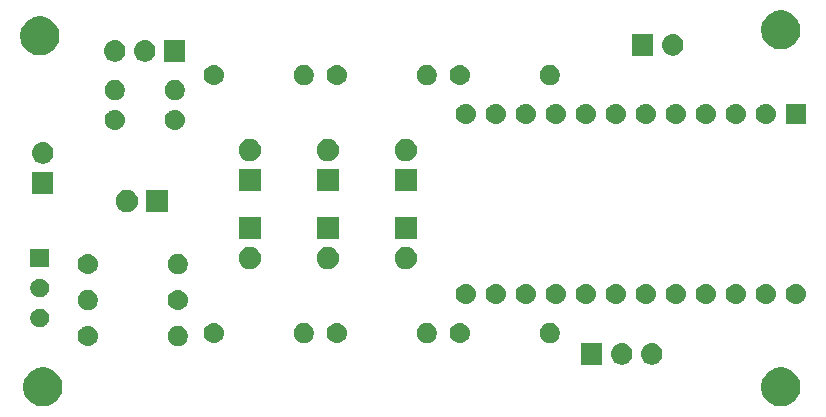
<source format=gbr>
G04 #@! TF.GenerationSoftware,KiCad,Pcbnew,(5.1.0)-1*
G04 #@! TF.CreationDate,2020-10-23T23:32:42+03:00*
G04 #@! TF.ProjectId,kitchen_sink,6b697463-6865-46e5-9f73-696e6b2e6b69,rev?*
G04 #@! TF.SameCoordinates,Original*
G04 #@! TF.FileFunction,Soldermask,Top*
G04 #@! TF.FilePolarity,Negative*
%FSLAX46Y46*%
G04 Gerber Fmt 4.6, Leading zero omitted, Abs format (unit mm)*
G04 Created by KiCad (PCBNEW (5.1.0)-1) date 2020-10-23 23:32:42*
%MOMM*%
%LPD*%
G04 APERTURE LIST*
%ADD10C,0.100000*%
G04 APERTURE END LIST*
D10*
G36*
X142869256Y-110151298D02*
G01*
X142975579Y-110172447D01*
X143276042Y-110296903D01*
X143546451Y-110477585D01*
X143776415Y-110707549D01*
X143957097Y-110977958D01*
X144081553Y-111278421D01*
X144145000Y-111597391D01*
X144145000Y-111922609D01*
X144081553Y-112241579D01*
X143957097Y-112542042D01*
X143776415Y-112812451D01*
X143546451Y-113042415D01*
X143276042Y-113223097D01*
X142975579Y-113347553D01*
X142869256Y-113368702D01*
X142656611Y-113411000D01*
X142331389Y-113411000D01*
X142118744Y-113368702D01*
X142012421Y-113347553D01*
X141711958Y-113223097D01*
X141441549Y-113042415D01*
X141211585Y-112812451D01*
X141030903Y-112542042D01*
X140906447Y-112241579D01*
X140843000Y-111922609D01*
X140843000Y-111597391D01*
X140906447Y-111278421D01*
X141030903Y-110977958D01*
X141211585Y-110707549D01*
X141441549Y-110477585D01*
X141711958Y-110296903D01*
X142012421Y-110172447D01*
X142118744Y-110151298D01*
X142331389Y-110109000D01*
X142656611Y-110109000D01*
X142869256Y-110151298D01*
X142869256Y-110151298D01*
G37*
G36*
X80385256Y-110151298D02*
G01*
X80491579Y-110172447D01*
X80792042Y-110296903D01*
X81062451Y-110477585D01*
X81292415Y-110707549D01*
X81473097Y-110977958D01*
X81597553Y-111278421D01*
X81661000Y-111597391D01*
X81661000Y-111922609D01*
X81597553Y-112241579D01*
X81473097Y-112542042D01*
X81292415Y-112812451D01*
X81062451Y-113042415D01*
X80792042Y-113223097D01*
X80491579Y-113347553D01*
X80385256Y-113368702D01*
X80172611Y-113411000D01*
X79847389Y-113411000D01*
X79634744Y-113368702D01*
X79528421Y-113347553D01*
X79227958Y-113223097D01*
X78957549Y-113042415D01*
X78727585Y-112812451D01*
X78546903Y-112542042D01*
X78422447Y-112241579D01*
X78359000Y-111922609D01*
X78359000Y-111597391D01*
X78422447Y-111278421D01*
X78546903Y-110977958D01*
X78727585Y-110707549D01*
X78957549Y-110477585D01*
X79227958Y-110296903D01*
X79528421Y-110172447D01*
X79634744Y-110151298D01*
X79847389Y-110109000D01*
X80172611Y-110109000D01*
X80385256Y-110151298D01*
X80385256Y-110151298D01*
G37*
G36*
X127393000Y-109867000D02*
G01*
X125591000Y-109867000D01*
X125591000Y-108065000D01*
X127393000Y-108065000D01*
X127393000Y-109867000D01*
X127393000Y-109867000D01*
G37*
G36*
X131682443Y-108071519D02*
G01*
X131748627Y-108078037D01*
X131918466Y-108129557D01*
X132074991Y-108213222D01*
X132097901Y-108232024D01*
X132212186Y-108325814D01*
X132295448Y-108427271D01*
X132324778Y-108463009D01*
X132408443Y-108619534D01*
X132459963Y-108789373D01*
X132477359Y-108966000D01*
X132459963Y-109142627D01*
X132408443Y-109312466D01*
X132324778Y-109468991D01*
X132295448Y-109504729D01*
X132212186Y-109606186D01*
X132110729Y-109689448D01*
X132074991Y-109718778D01*
X131918466Y-109802443D01*
X131748627Y-109853963D01*
X131682443Y-109860481D01*
X131616260Y-109867000D01*
X131527740Y-109867000D01*
X131461557Y-109860481D01*
X131395373Y-109853963D01*
X131225534Y-109802443D01*
X131069009Y-109718778D01*
X131033271Y-109689448D01*
X130931814Y-109606186D01*
X130848552Y-109504729D01*
X130819222Y-109468991D01*
X130735557Y-109312466D01*
X130684037Y-109142627D01*
X130666641Y-108966000D01*
X130684037Y-108789373D01*
X130735557Y-108619534D01*
X130819222Y-108463009D01*
X130848552Y-108427271D01*
X130931814Y-108325814D01*
X131046099Y-108232024D01*
X131069009Y-108213222D01*
X131225534Y-108129557D01*
X131395373Y-108078037D01*
X131461557Y-108071519D01*
X131527740Y-108065000D01*
X131616260Y-108065000D01*
X131682443Y-108071519D01*
X131682443Y-108071519D01*
G37*
G36*
X129142443Y-108071519D02*
G01*
X129208627Y-108078037D01*
X129378466Y-108129557D01*
X129534991Y-108213222D01*
X129557901Y-108232024D01*
X129672186Y-108325814D01*
X129755448Y-108427271D01*
X129784778Y-108463009D01*
X129868443Y-108619534D01*
X129919963Y-108789373D01*
X129937359Y-108966000D01*
X129919963Y-109142627D01*
X129868443Y-109312466D01*
X129784778Y-109468991D01*
X129755448Y-109504729D01*
X129672186Y-109606186D01*
X129570729Y-109689448D01*
X129534991Y-109718778D01*
X129378466Y-109802443D01*
X129208627Y-109853963D01*
X129142443Y-109860481D01*
X129076260Y-109867000D01*
X128987740Y-109867000D01*
X128921557Y-109860481D01*
X128855373Y-109853963D01*
X128685534Y-109802443D01*
X128529009Y-109718778D01*
X128493271Y-109689448D01*
X128391814Y-109606186D01*
X128308552Y-109504729D01*
X128279222Y-109468991D01*
X128195557Y-109312466D01*
X128144037Y-109142627D01*
X128126641Y-108966000D01*
X128144037Y-108789373D01*
X128195557Y-108619534D01*
X128279222Y-108463009D01*
X128308552Y-108427271D01*
X128391814Y-108325814D01*
X128506099Y-108232024D01*
X128529009Y-108213222D01*
X128685534Y-108129557D01*
X128855373Y-108078037D01*
X128921557Y-108071519D01*
X128987740Y-108065000D01*
X129076260Y-108065000D01*
X129142443Y-108071519D01*
X129142443Y-108071519D01*
G37*
G36*
X91688228Y-106623703D02*
G01*
X91843100Y-106687853D01*
X91982481Y-106780985D01*
X92101015Y-106899519D01*
X92194147Y-107038900D01*
X92258297Y-107193772D01*
X92291000Y-107358184D01*
X92291000Y-107525816D01*
X92258297Y-107690228D01*
X92194147Y-107845100D01*
X92101015Y-107984481D01*
X91982481Y-108103015D01*
X91843100Y-108196147D01*
X91688228Y-108260297D01*
X91523816Y-108293000D01*
X91356184Y-108293000D01*
X91191772Y-108260297D01*
X91036900Y-108196147D01*
X90897519Y-108103015D01*
X90778985Y-107984481D01*
X90685853Y-107845100D01*
X90621703Y-107690228D01*
X90589000Y-107525816D01*
X90589000Y-107358184D01*
X90621703Y-107193772D01*
X90685853Y-107038900D01*
X90778985Y-106899519D01*
X90897519Y-106780985D01*
X91036900Y-106687853D01*
X91191772Y-106623703D01*
X91356184Y-106591000D01*
X91523816Y-106591000D01*
X91688228Y-106623703D01*
X91688228Y-106623703D01*
G37*
G36*
X83986823Y-106603313D02*
G01*
X84147242Y-106651976D01*
X84272635Y-106719000D01*
X84295078Y-106730996D01*
X84424659Y-106837341D01*
X84531004Y-106966922D01*
X84531005Y-106966924D01*
X84610024Y-107114758D01*
X84658687Y-107275177D01*
X84675117Y-107442000D01*
X84658687Y-107608823D01*
X84610024Y-107769242D01*
X84569477Y-107845100D01*
X84531004Y-107917078D01*
X84424659Y-108046659D01*
X84295078Y-108153004D01*
X84295076Y-108153005D01*
X84147242Y-108232024D01*
X83986823Y-108280687D01*
X83861804Y-108293000D01*
X83778196Y-108293000D01*
X83653177Y-108280687D01*
X83492758Y-108232024D01*
X83344924Y-108153005D01*
X83344922Y-108153004D01*
X83215341Y-108046659D01*
X83108996Y-107917078D01*
X83070523Y-107845100D01*
X83029976Y-107769242D01*
X82981313Y-107608823D01*
X82964883Y-107442000D01*
X82981313Y-107275177D01*
X83029976Y-107114758D01*
X83108995Y-106966924D01*
X83108996Y-106966922D01*
X83215341Y-106837341D01*
X83344922Y-106730996D01*
X83367365Y-106719000D01*
X83492758Y-106651976D01*
X83653177Y-106603313D01*
X83778196Y-106591000D01*
X83861804Y-106591000D01*
X83986823Y-106603313D01*
X83986823Y-106603313D01*
G37*
G36*
X102356228Y-106369703D02*
G01*
X102511100Y-106433853D01*
X102650481Y-106526985D01*
X102769015Y-106645519D01*
X102862147Y-106784900D01*
X102926297Y-106939772D01*
X102959000Y-107104184D01*
X102959000Y-107271816D01*
X102926297Y-107436228D01*
X102862147Y-107591100D01*
X102769015Y-107730481D01*
X102650481Y-107849015D01*
X102511100Y-107942147D01*
X102356228Y-108006297D01*
X102191816Y-108039000D01*
X102024184Y-108039000D01*
X101859772Y-108006297D01*
X101704900Y-107942147D01*
X101565519Y-107849015D01*
X101446985Y-107730481D01*
X101353853Y-107591100D01*
X101289703Y-107436228D01*
X101257000Y-107271816D01*
X101257000Y-107104184D01*
X101289703Y-106939772D01*
X101353853Y-106784900D01*
X101446985Y-106645519D01*
X101565519Y-106526985D01*
X101704900Y-106433853D01*
X101859772Y-106369703D01*
X102024184Y-106337000D01*
X102191816Y-106337000D01*
X102356228Y-106369703D01*
X102356228Y-106369703D01*
G37*
G36*
X105068823Y-106349313D02*
G01*
X105229242Y-106397976D01*
X105286550Y-106428608D01*
X105377078Y-106476996D01*
X105506659Y-106583341D01*
X105613004Y-106712922D01*
X105613005Y-106712924D01*
X105692024Y-106860758D01*
X105740687Y-107021177D01*
X105757117Y-107188000D01*
X105740687Y-107354823D01*
X105692024Y-107515242D01*
X105651477Y-107591100D01*
X105613004Y-107663078D01*
X105506659Y-107792659D01*
X105377078Y-107899004D01*
X105377076Y-107899005D01*
X105229242Y-107978024D01*
X105068823Y-108026687D01*
X104943804Y-108039000D01*
X104860196Y-108039000D01*
X104735177Y-108026687D01*
X104574758Y-107978024D01*
X104426924Y-107899005D01*
X104426922Y-107899004D01*
X104297341Y-107792659D01*
X104190996Y-107663078D01*
X104152523Y-107591100D01*
X104111976Y-107515242D01*
X104063313Y-107354823D01*
X104046883Y-107188000D01*
X104063313Y-107021177D01*
X104111976Y-106860758D01*
X104190995Y-106712924D01*
X104190996Y-106712922D01*
X104297341Y-106583341D01*
X104426922Y-106476996D01*
X104517450Y-106428608D01*
X104574758Y-106397976D01*
X104735177Y-106349313D01*
X104860196Y-106337000D01*
X104943804Y-106337000D01*
X105068823Y-106349313D01*
X105068823Y-106349313D01*
G37*
G36*
X112770228Y-106369703D02*
G01*
X112925100Y-106433853D01*
X113064481Y-106526985D01*
X113183015Y-106645519D01*
X113276147Y-106784900D01*
X113340297Y-106939772D01*
X113373000Y-107104184D01*
X113373000Y-107271816D01*
X113340297Y-107436228D01*
X113276147Y-107591100D01*
X113183015Y-107730481D01*
X113064481Y-107849015D01*
X112925100Y-107942147D01*
X112770228Y-108006297D01*
X112605816Y-108039000D01*
X112438184Y-108039000D01*
X112273772Y-108006297D01*
X112118900Y-107942147D01*
X111979519Y-107849015D01*
X111860985Y-107730481D01*
X111767853Y-107591100D01*
X111703703Y-107436228D01*
X111671000Y-107271816D01*
X111671000Y-107104184D01*
X111703703Y-106939772D01*
X111767853Y-106784900D01*
X111860985Y-106645519D01*
X111979519Y-106526985D01*
X112118900Y-106433853D01*
X112273772Y-106369703D01*
X112438184Y-106337000D01*
X112605816Y-106337000D01*
X112770228Y-106369703D01*
X112770228Y-106369703D01*
G37*
G36*
X115482823Y-106349313D02*
G01*
X115643242Y-106397976D01*
X115700550Y-106428608D01*
X115791078Y-106476996D01*
X115920659Y-106583341D01*
X116027004Y-106712922D01*
X116027005Y-106712924D01*
X116106024Y-106860758D01*
X116154687Y-107021177D01*
X116171117Y-107188000D01*
X116154687Y-107354823D01*
X116106024Y-107515242D01*
X116065477Y-107591100D01*
X116027004Y-107663078D01*
X115920659Y-107792659D01*
X115791078Y-107899004D01*
X115791076Y-107899005D01*
X115643242Y-107978024D01*
X115482823Y-108026687D01*
X115357804Y-108039000D01*
X115274196Y-108039000D01*
X115149177Y-108026687D01*
X114988758Y-107978024D01*
X114840924Y-107899005D01*
X114840922Y-107899004D01*
X114711341Y-107792659D01*
X114604996Y-107663078D01*
X114566523Y-107591100D01*
X114525976Y-107515242D01*
X114477313Y-107354823D01*
X114460883Y-107188000D01*
X114477313Y-107021177D01*
X114525976Y-106860758D01*
X114604995Y-106712924D01*
X114604996Y-106712922D01*
X114711341Y-106583341D01*
X114840922Y-106476996D01*
X114931450Y-106428608D01*
X114988758Y-106397976D01*
X115149177Y-106349313D01*
X115274196Y-106337000D01*
X115357804Y-106337000D01*
X115482823Y-106349313D01*
X115482823Y-106349313D01*
G37*
G36*
X123184228Y-106369703D02*
G01*
X123339100Y-106433853D01*
X123478481Y-106526985D01*
X123597015Y-106645519D01*
X123690147Y-106784900D01*
X123754297Y-106939772D01*
X123787000Y-107104184D01*
X123787000Y-107271816D01*
X123754297Y-107436228D01*
X123690147Y-107591100D01*
X123597015Y-107730481D01*
X123478481Y-107849015D01*
X123339100Y-107942147D01*
X123184228Y-108006297D01*
X123019816Y-108039000D01*
X122852184Y-108039000D01*
X122687772Y-108006297D01*
X122532900Y-107942147D01*
X122393519Y-107849015D01*
X122274985Y-107730481D01*
X122181853Y-107591100D01*
X122117703Y-107436228D01*
X122085000Y-107271816D01*
X122085000Y-107104184D01*
X122117703Y-106939772D01*
X122181853Y-106784900D01*
X122274985Y-106645519D01*
X122393519Y-106526985D01*
X122532900Y-106433853D01*
X122687772Y-106369703D01*
X122852184Y-106337000D01*
X123019816Y-106337000D01*
X123184228Y-106369703D01*
X123184228Y-106369703D01*
G37*
G36*
X94654823Y-106349313D02*
G01*
X94815242Y-106397976D01*
X94872550Y-106428608D01*
X94963078Y-106476996D01*
X95092659Y-106583341D01*
X95199004Y-106712922D01*
X95199005Y-106712924D01*
X95278024Y-106860758D01*
X95326687Y-107021177D01*
X95343117Y-107188000D01*
X95326687Y-107354823D01*
X95278024Y-107515242D01*
X95237477Y-107591100D01*
X95199004Y-107663078D01*
X95092659Y-107792659D01*
X94963078Y-107899004D01*
X94963076Y-107899005D01*
X94815242Y-107978024D01*
X94654823Y-108026687D01*
X94529804Y-108039000D01*
X94446196Y-108039000D01*
X94321177Y-108026687D01*
X94160758Y-107978024D01*
X94012924Y-107899005D01*
X94012922Y-107899004D01*
X93883341Y-107792659D01*
X93776996Y-107663078D01*
X93738523Y-107591100D01*
X93697976Y-107515242D01*
X93649313Y-107354823D01*
X93632883Y-107188000D01*
X93649313Y-107021177D01*
X93697976Y-106860758D01*
X93776995Y-106712924D01*
X93776996Y-106712922D01*
X93883341Y-106583341D01*
X94012922Y-106476996D01*
X94103450Y-106428608D01*
X94160758Y-106397976D01*
X94321177Y-106349313D01*
X94446196Y-106337000D01*
X94529804Y-106337000D01*
X94654823Y-106349313D01*
X94654823Y-106349313D01*
G37*
G36*
X79989642Y-105147781D02*
G01*
X80077142Y-105184025D01*
X80135416Y-105208163D01*
X80266608Y-105295822D01*
X80378178Y-105407392D01*
X80465837Y-105538584D01*
X80465838Y-105538586D01*
X80526219Y-105684358D01*
X80557000Y-105839107D01*
X80557000Y-105996893D01*
X80526219Y-106151642D01*
X80465838Y-106297414D01*
X80465837Y-106297416D01*
X80378178Y-106428608D01*
X80266608Y-106540178D01*
X80135416Y-106627837D01*
X80135415Y-106627838D01*
X80135414Y-106627838D01*
X79989642Y-106688219D01*
X79834893Y-106719000D01*
X79677107Y-106719000D01*
X79522358Y-106688219D01*
X79376586Y-106627838D01*
X79376585Y-106627838D01*
X79376584Y-106627837D01*
X79245392Y-106540178D01*
X79133822Y-106428608D01*
X79046163Y-106297416D01*
X79046162Y-106297414D01*
X78985781Y-106151642D01*
X78955000Y-105996893D01*
X78955000Y-105839107D01*
X78985781Y-105684358D01*
X79046162Y-105538586D01*
X79046163Y-105538584D01*
X79133822Y-105407392D01*
X79245392Y-105295822D01*
X79376584Y-105208163D01*
X79434858Y-105184025D01*
X79522358Y-105147781D01*
X79677107Y-105117000D01*
X79834893Y-105117000D01*
X79989642Y-105147781D01*
X79989642Y-105147781D01*
G37*
G36*
X84068228Y-103575703D02*
G01*
X84223100Y-103639853D01*
X84362481Y-103732985D01*
X84481015Y-103851519D01*
X84574147Y-103990900D01*
X84638297Y-104145772D01*
X84671000Y-104310184D01*
X84671000Y-104477816D01*
X84638297Y-104642228D01*
X84574147Y-104797100D01*
X84481015Y-104936481D01*
X84362481Y-105055015D01*
X84223100Y-105148147D01*
X84068228Y-105212297D01*
X83903816Y-105245000D01*
X83736184Y-105245000D01*
X83571772Y-105212297D01*
X83416900Y-105148147D01*
X83277519Y-105055015D01*
X83158985Y-104936481D01*
X83065853Y-104797100D01*
X83001703Y-104642228D01*
X82969000Y-104477816D01*
X82969000Y-104310184D01*
X83001703Y-104145772D01*
X83065853Y-103990900D01*
X83158985Y-103851519D01*
X83277519Y-103732985D01*
X83416900Y-103639853D01*
X83571772Y-103575703D01*
X83736184Y-103543000D01*
X83903816Y-103543000D01*
X84068228Y-103575703D01*
X84068228Y-103575703D01*
G37*
G36*
X91606823Y-103555313D02*
G01*
X91767242Y-103603976D01*
X91834361Y-103639852D01*
X91915078Y-103682996D01*
X92044659Y-103789341D01*
X92151004Y-103918922D01*
X92151005Y-103918924D01*
X92230024Y-104066758D01*
X92278687Y-104227177D01*
X92295117Y-104394000D01*
X92278687Y-104560823D01*
X92230024Y-104721242D01*
X92189477Y-104797100D01*
X92151004Y-104869078D01*
X92044659Y-104998659D01*
X91915078Y-105105004D01*
X91915076Y-105105005D01*
X91767242Y-105184024D01*
X91606823Y-105232687D01*
X91481804Y-105245000D01*
X91398196Y-105245000D01*
X91273177Y-105232687D01*
X91112758Y-105184024D01*
X90964924Y-105105005D01*
X90964922Y-105105004D01*
X90835341Y-104998659D01*
X90728996Y-104869078D01*
X90690523Y-104797100D01*
X90649976Y-104721242D01*
X90601313Y-104560823D01*
X90584883Y-104394000D01*
X90601313Y-104227177D01*
X90649976Y-104066758D01*
X90728995Y-103918924D01*
X90728996Y-103918922D01*
X90835341Y-103789341D01*
X90964922Y-103682996D01*
X91045639Y-103639852D01*
X91112758Y-103603976D01*
X91273177Y-103555313D01*
X91398196Y-103543000D01*
X91481804Y-103543000D01*
X91606823Y-103555313D01*
X91606823Y-103555313D01*
G37*
G36*
X133770823Y-103047313D02*
G01*
X133931242Y-103095976D01*
X134021756Y-103144357D01*
X134079078Y-103174996D01*
X134208659Y-103281341D01*
X134315004Y-103410922D01*
X134315005Y-103410924D01*
X134394024Y-103558758D01*
X134442687Y-103719177D01*
X134459117Y-103886000D01*
X134442687Y-104052823D01*
X134394024Y-104213242D01*
X134342207Y-104310184D01*
X134315004Y-104361078D01*
X134208659Y-104490659D01*
X134079078Y-104597004D01*
X134079076Y-104597005D01*
X133931242Y-104676024D01*
X133770823Y-104724687D01*
X133645804Y-104737000D01*
X133562196Y-104737000D01*
X133437177Y-104724687D01*
X133276758Y-104676024D01*
X133128924Y-104597005D01*
X133128922Y-104597004D01*
X132999341Y-104490659D01*
X132892996Y-104361078D01*
X132865793Y-104310184D01*
X132813976Y-104213242D01*
X132765313Y-104052823D01*
X132748883Y-103886000D01*
X132765313Y-103719177D01*
X132813976Y-103558758D01*
X132892995Y-103410924D01*
X132892996Y-103410922D01*
X132999341Y-103281341D01*
X133128922Y-103174996D01*
X133186244Y-103144357D01*
X133276758Y-103095976D01*
X133437177Y-103047313D01*
X133562196Y-103035000D01*
X133645804Y-103035000D01*
X133770823Y-103047313D01*
X133770823Y-103047313D01*
G37*
G36*
X123610823Y-103047313D02*
G01*
X123771242Y-103095976D01*
X123861756Y-103144357D01*
X123919078Y-103174996D01*
X124048659Y-103281341D01*
X124155004Y-103410922D01*
X124155005Y-103410924D01*
X124234024Y-103558758D01*
X124282687Y-103719177D01*
X124299117Y-103886000D01*
X124282687Y-104052823D01*
X124234024Y-104213242D01*
X124182207Y-104310184D01*
X124155004Y-104361078D01*
X124048659Y-104490659D01*
X123919078Y-104597004D01*
X123919076Y-104597005D01*
X123771242Y-104676024D01*
X123610823Y-104724687D01*
X123485804Y-104737000D01*
X123402196Y-104737000D01*
X123277177Y-104724687D01*
X123116758Y-104676024D01*
X122968924Y-104597005D01*
X122968922Y-104597004D01*
X122839341Y-104490659D01*
X122732996Y-104361078D01*
X122705793Y-104310184D01*
X122653976Y-104213242D01*
X122605313Y-104052823D01*
X122588883Y-103886000D01*
X122605313Y-103719177D01*
X122653976Y-103558758D01*
X122732995Y-103410924D01*
X122732996Y-103410922D01*
X122839341Y-103281341D01*
X122968922Y-103174996D01*
X123026244Y-103144357D01*
X123116758Y-103095976D01*
X123277177Y-103047313D01*
X123402196Y-103035000D01*
X123485804Y-103035000D01*
X123610823Y-103047313D01*
X123610823Y-103047313D01*
G37*
G36*
X121070823Y-103047313D02*
G01*
X121231242Y-103095976D01*
X121321756Y-103144357D01*
X121379078Y-103174996D01*
X121508659Y-103281341D01*
X121615004Y-103410922D01*
X121615005Y-103410924D01*
X121694024Y-103558758D01*
X121742687Y-103719177D01*
X121759117Y-103886000D01*
X121742687Y-104052823D01*
X121694024Y-104213242D01*
X121642207Y-104310184D01*
X121615004Y-104361078D01*
X121508659Y-104490659D01*
X121379078Y-104597004D01*
X121379076Y-104597005D01*
X121231242Y-104676024D01*
X121070823Y-104724687D01*
X120945804Y-104737000D01*
X120862196Y-104737000D01*
X120737177Y-104724687D01*
X120576758Y-104676024D01*
X120428924Y-104597005D01*
X120428922Y-104597004D01*
X120299341Y-104490659D01*
X120192996Y-104361078D01*
X120165793Y-104310184D01*
X120113976Y-104213242D01*
X120065313Y-104052823D01*
X120048883Y-103886000D01*
X120065313Y-103719177D01*
X120113976Y-103558758D01*
X120192995Y-103410924D01*
X120192996Y-103410922D01*
X120299341Y-103281341D01*
X120428922Y-103174996D01*
X120486244Y-103144357D01*
X120576758Y-103095976D01*
X120737177Y-103047313D01*
X120862196Y-103035000D01*
X120945804Y-103035000D01*
X121070823Y-103047313D01*
X121070823Y-103047313D01*
G37*
G36*
X118530823Y-103047313D02*
G01*
X118691242Y-103095976D01*
X118781756Y-103144357D01*
X118839078Y-103174996D01*
X118968659Y-103281341D01*
X119075004Y-103410922D01*
X119075005Y-103410924D01*
X119154024Y-103558758D01*
X119202687Y-103719177D01*
X119219117Y-103886000D01*
X119202687Y-104052823D01*
X119154024Y-104213242D01*
X119102207Y-104310184D01*
X119075004Y-104361078D01*
X118968659Y-104490659D01*
X118839078Y-104597004D01*
X118839076Y-104597005D01*
X118691242Y-104676024D01*
X118530823Y-104724687D01*
X118405804Y-104737000D01*
X118322196Y-104737000D01*
X118197177Y-104724687D01*
X118036758Y-104676024D01*
X117888924Y-104597005D01*
X117888922Y-104597004D01*
X117759341Y-104490659D01*
X117652996Y-104361078D01*
X117625793Y-104310184D01*
X117573976Y-104213242D01*
X117525313Y-104052823D01*
X117508883Y-103886000D01*
X117525313Y-103719177D01*
X117573976Y-103558758D01*
X117652995Y-103410924D01*
X117652996Y-103410922D01*
X117759341Y-103281341D01*
X117888922Y-103174996D01*
X117946244Y-103144357D01*
X118036758Y-103095976D01*
X118197177Y-103047313D01*
X118322196Y-103035000D01*
X118405804Y-103035000D01*
X118530823Y-103047313D01*
X118530823Y-103047313D01*
G37*
G36*
X115990823Y-103047313D02*
G01*
X116151242Y-103095976D01*
X116241756Y-103144357D01*
X116299078Y-103174996D01*
X116428659Y-103281341D01*
X116535004Y-103410922D01*
X116535005Y-103410924D01*
X116614024Y-103558758D01*
X116662687Y-103719177D01*
X116679117Y-103886000D01*
X116662687Y-104052823D01*
X116614024Y-104213242D01*
X116562207Y-104310184D01*
X116535004Y-104361078D01*
X116428659Y-104490659D01*
X116299078Y-104597004D01*
X116299076Y-104597005D01*
X116151242Y-104676024D01*
X115990823Y-104724687D01*
X115865804Y-104737000D01*
X115782196Y-104737000D01*
X115657177Y-104724687D01*
X115496758Y-104676024D01*
X115348924Y-104597005D01*
X115348922Y-104597004D01*
X115219341Y-104490659D01*
X115112996Y-104361078D01*
X115085793Y-104310184D01*
X115033976Y-104213242D01*
X114985313Y-104052823D01*
X114968883Y-103886000D01*
X114985313Y-103719177D01*
X115033976Y-103558758D01*
X115112995Y-103410924D01*
X115112996Y-103410922D01*
X115219341Y-103281341D01*
X115348922Y-103174996D01*
X115406244Y-103144357D01*
X115496758Y-103095976D01*
X115657177Y-103047313D01*
X115782196Y-103035000D01*
X115865804Y-103035000D01*
X115990823Y-103047313D01*
X115990823Y-103047313D01*
G37*
G36*
X126150823Y-103047313D02*
G01*
X126311242Y-103095976D01*
X126401756Y-103144357D01*
X126459078Y-103174996D01*
X126588659Y-103281341D01*
X126695004Y-103410922D01*
X126695005Y-103410924D01*
X126774024Y-103558758D01*
X126822687Y-103719177D01*
X126839117Y-103886000D01*
X126822687Y-104052823D01*
X126774024Y-104213242D01*
X126722207Y-104310184D01*
X126695004Y-104361078D01*
X126588659Y-104490659D01*
X126459078Y-104597004D01*
X126459076Y-104597005D01*
X126311242Y-104676024D01*
X126150823Y-104724687D01*
X126025804Y-104737000D01*
X125942196Y-104737000D01*
X125817177Y-104724687D01*
X125656758Y-104676024D01*
X125508924Y-104597005D01*
X125508922Y-104597004D01*
X125379341Y-104490659D01*
X125272996Y-104361078D01*
X125245793Y-104310184D01*
X125193976Y-104213242D01*
X125145313Y-104052823D01*
X125128883Y-103886000D01*
X125145313Y-103719177D01*
X125193976Y-103558758D01*
X125272995Y-103410924D01*
X125272996Y-103410922D01*
X125379341Y-103281341D01*
X125508922Y-103174996D01*
X125566244Y-103144357D01*
X125656758Y-103095976D01*
X125817177Y-103047313D01*
X125942196Y-103035000D01*
X126025804Y-103035000D01*
X126150823Y-103047313D01*
X126150823Y-103047313D01*
G37*
G36*
X131230823Y-103047313D02*
G01*
X131391242Y-103095976D01*
X131481756Y-103144357D01*
X131539078Y-103174996D01*
X131668659Y-103281341D01*
X131775004Y-103410922D01*
X131775005Y-103410924D01*
X131854024Y-103558758D01*
X131902687Y-103719177D01*
X131919117Y-103886000D01*
X131902687Y-104052823D01*
X131854024Y-104213242D01*
X131802207Y-104310184D01*
X131775004Y-104361078D01*
X131668659Y-104490659D01*
X131539078Y-104597004D01*
X131539076Y-104597005D01*
X131391242Y-104676024D01*
X131230823Y-104724687D01*
X131105804Y-104737000D01*
X131022196Y-104737000D01*
X130897177Y-104724687D01*
X130736758Y-104676024D01*
X130588924Y-104597005D01*
X130588922Y-104597004D01*
X130459341Y-104490659D01*
X130352996Y-104361078D01*
X130325793Y-104310184D01*
X130273976Y-104213242D01*
X130225313Y-104052823D01*
X130208883Y-103886000D01*
X130225313Y-103719177D01*
X130273976Y-103558758D01*
X130352995Y-103410924D01*
X130352996Y-103410922D01*
X130459341Y-103281341D01*
X130588922Y-103174996D01*
X130646244Y-103144357D01*
X130736758Y-103095976D01*
X130897177Y-103047313D01*
X131022196Y-103035000D01*
X131105804Y-103035000D01*
X131230823Y-103047313D01*
X131230823Y-103047313D01*
G37*
G36*
X136310823Y-103047313D02*
G01*
X136471242Y-103095976D01*
X136561756Y-103144357D01*
X136619078Y-103174996D01*
X136748659Y-103281341D01*
X136855004Y-103410922D01*
X136855005Y-103410924D01*
X136934024Y-103558758D01*
X136982687Y-103719177D01*
X136999117Y-103886000D01*
X136982687Y-104052823D01*
X136934024Y-104213242D01*
X136882207Y-104310184D01*
X136855004Y-104361078D01*
X136748659Y-104490659D01*
X136619078Y-104597004D01*
X136619076Y-104597005D01*
X136471242Y-104676024D01*
X136310823Y-104724687D01*
X136185804Y-104737000D01*
X136102196Y-104737000D01*
X135977177Y-104724687D01*
X135816758Y-104676024D01*
X135668924Y-104597005D01*
X135668922Y-104597004D01*
X135539341Y-104490659D01*
X135432996Y-104361078D01*
X135405793Y-104310184D01*
X135353976Y-104213242D01*
X135305313Y-104052823D01*
X135288883Y-103886000D01*
X135305313Y-103719177D01*
X135353976Y-103558758D01*
X135432995Y-103410924D01*
X135432996Y-103410922D01*
X135539341Y-103281341D01*
X135668922Y-103174996D01*
X135726244Y-103144357D01*
X135816758Y-103095976D01*
X135977177Y-103047313D01*
X136102196Y-103035000D01*
X136185804Y-103035000D01*
X136310823Y-103047313D01*
X136310823Y-103047313D01*
G37*
G36*
X138850823Y-103047313D02*
G01*
X139011242Y-103095976D01*
X139101756Y-103144357D01*
X139159078Y-103174996D01*
X139288659Y-103281341D01*
X139395004Y-103410922D01*
X139395005Y-103410924D01*
X139474024Y-103558758D01*
X139522687Y-103719177D01*
X139539117Y-103886000D01*
X139522687Y-104052823D01*
X139474024Y-104213242D01*
X139422207Y-104310184D01*
X139395004Y-104361078D01*
X139288659Y-104490659D01*
X139159078Y-104597004D01*
X139159076Y-104597005D01*
X139011242Y-104676024D01*
X138850823Y-104724687D01*
X138725804Y-104737000D01*
X138642196Y-104737000D01*
X138517177Y-104724687D01*
X138356758Y-104676024D01*
X138208924Y-104597005D01*
X138208922Y-104597004D01*
X138079341Y-104490659D01*
X137972996Y-104361078D01*
X137945793Y-104310184D01*
X137893976Y-104213242D01*
X137845313Y-104052823D01*
X137828883Y-103886000D01*
X137845313Y-103719177D01*
X137893976Y-103558758D01*
X137972995Y-103410924D01*
X137972996Y-103410922D01*
X138079341Y-103281341D01*
X138208922Y-103174996D01*
X138266244Y-103144357D01*
X138356758Y-103095976D01*
X138517177Y-103047313D01*
X138642196Y-103035000D01*
X138725804Y-103035000D01*
X138850823Y-103047313D01*
X138850823Y-103047313D01*
G37*
G36*
X141390823Y-103047313D02*
G01*
X141551242Y-103095976D01*
X141641756Y-103144357D01*
X141699078Y-103174996D01*
X141828659Y-103281341D01*
X141935004Y-103410922D01*
X141935005Y-103410924D01*
X142014024Y-103558758D01*
X142062687Y-103719177D01*
X142079117Y-103886000D01*
X142062687Y-104052823D01*
X142014024Y-104213242D01*
X141962207Y-104310184D01*
X141935004Y-104361078D01*
X141828659Y-104490659D01*
X141699078Y-104597004D01*
X141699076Y-104597005D01*
X141551242Y-104676024D01*
X141390823Y-104724687D01*
X141265804Y-104737000D01*
X141182196Y-104737000D01*
X141057177Y-104724687D01*
X140896758Y-104676024D01*
X140748924Y-104597005D01*
X140748922Y-104597004D01*
X140619341Y-104490659D01*
X140512996Y-104361078D01*
X140485793Y-104310184D01*
X140433976Y-104213242D01*
X140385313Y-104052823D01*
X140368883Y-103886000D01*
X140385313Y-103719177D01*
X140433976Y-103558758D01*
X140512995Y-103410924D01*
X140512996Y-103410922D01*
X140619341Y-103281341D01*
X140748922Y-103174996D01*
X140806244Y-103144357D01*
X140896758Y-103095976D01*
X141057177Y-103047313D01*
X141182196Y-103035000D01*
X141265804Y-103035000D01*
X141390823Y-103047313D01*
X141390823Y-103047313D01*
G37*
G36*
X143930823Y-103047313D02*
G01*
X144091242Y-103095976D01*
X144181756Y-103144357D01*
X144239078Y-103174996D01*
X144368659Y-103281341D01*
X144475004Y-103410922D01*
X144475005Y-103410924D01*
X144554024Y-103558758D01*
X144602687Y-103719177D01*
X144619117Y-103886000D01*
X144602687Y-104052823D01*
X144554024Y-104213242D01*
X144502207Y-104310184D01*
X144475004Y-104361078D01*
X144368659Y-104490659D01*
X144239078Y-104597004D01*
X144239076Y-104597005D01*
X144091242Y-104676024D01*
X143930823Y-104724687D01*
X143805804Y-104737000D01*
X143722196Y-104737000D01*
X143597177Y-104724687D01*
X143436758Y-104676024D01*
X143288924Y-104597005D01*
X143288922Y-104597004D01*
X143159341Y-104490659D01*
X143052996Y-104361078D01*
X143025793Y-104310184D01*
X142973976Y-104213242D01*
X142925313Y-104052823D01*
X142908883Y-103886000D01*
X142925313Y-103719177D01*
X142973976Y-103558758D01*
X143052995Y-103410924D01*
X143052996Y-103410922D01*
X143159341Y-103281341D01*
X143288922Y-103174996D01*
X143346244Y-103144357D01*
X143436758Y-103095976D01*
X143597177Y-103047313D01*
X143722196Y-103035000D01*
X143805804Y-103035000D01*
X143930823Y-103047313D01*
X143930823Y-103047313D01*
G37*
G36*
X128690823Y-103047313D02*
G01*
X128851242Y-103095976D01*
X128941756Y-103144357D01*
X128999078Y-103174996D01*
X129128659Y-103281341D01*
X129235004Y-103410922D01*
X129235005Y-103410924D01*
X129314024Y-103558758D01*
X129362687Y-103719177D01*
X129379117Y-103886000D01*
X129362687Y-104052823D01*
X129314024Y-104213242D01*
X129262207Y-104310184D01*
X129235004Y-104361078D01*
X129128659Y-104490659D01*
X128999078Y-104597004D01*
X128999076Y-104597005D01*
X128851242Y-104676024D01*
X128690823Y-104724687D01*
X128565804Y-104737000D01*
X128482196Y-104737000D01*
X128357177Y-104724687D01*
X128196758Y-104676024D01*
X128048924Y-104597005D01*
X128048922Y-104597004D01*
X127919341Y-104490659D01*
X127812996Y-104361078D01*
X127785793Y-104310184D01*
X127733976Y-104213242D01*
X127685313Y-104052823D01*
X127668883Y-103886000D01*
X127685313Y-103719177D01*
X127733976Y-103558758D01*
X127812995Y-103410924D01*
X127812996Y-103410922D01*
X127919341Y-103281341D01*
X128048922Y-103174996D01*
X128106244Y-103144357D01*
X128196758Y-103095976D01*
X128357177Y-103047313D01*
X128482196Y-103035000D01*
X128565804Y-103035000D01*
X128690823Y-103047313D01*
X128690823Y-103047313D01*
G37*
G36*
X79989642Y-102607781D02*
G01*
X80135414Y-102668162D01*
X80135416Y-102668163D01*
X80266608Y-102755822D01*
X80378178Y-102867392D01*
X80465837Y-102998584D01*
X80465838Y-102998586D01*
X80526219Y-103144358D01*
X80557000Y-103299107D01*
X80557000Y-103456893D01*
X80526219Y-103611642D01*
X80496663Y-103682995D01*
X80465837Y-103757416D01*
X80378178Y-103888608D01*
X80266608Y-104000178D01*
X80135416Y-104087837D01*
X80135415Y-104087838D01*
X80135414Y-104087838D01*
X79989642Y-104148219D01*
X79834893Y-104179000D01*
X79677107Y-104179000D01*
X79522358Y-104148219D01*
X79376586Y-104087838D01*
X79376585Y-104087838D01*
X79376584Y-104087837D01*
X79245392Y-104000178D01*
X79133822Y-103888608D01*
X79046163Y-103757416D01*
X79015337Y-103682995D01*
X78985781Y-103611642D01*
X78955000Y-103456893D01*
X78955000Y-103299107D01*
X78985781Y-103144358D01*
X79046162Y-102998586D01*
X79046163Y-102998584D01*
X79133822Y-102867392D01*
X79245392Y-102755822D01*
X79376584Y-102668163D01*
X79376586Y-102668162D01*
X79522358Y-102607781D01*
X79677107Y-102577000D01*
X79834893Y-102577000D01*
X79989642Y-102607781D01*
X79989642Y-102607781D01*
G37*
G36*
X83986823Y-100507313D02*
G01*
X84147242Y-100555976D01*
X84214361Y-100591852D01*
X84295078Y-100634996D01*
X84424659Y-100741341D01*
X84531004Y-100870922D01*
X84531005Y-100870924D01*
X84610024Y-101018758D01*
X84658687Y-101179177D01*
X84675117Y-101346000D01*
X84658687Y-101512823D01*
X84610024Y-101673242D01*
X84569477Y-101749100D01*
X84531004Y-101821078D01*
X84424659Y-101950659D01*
X84295078Y-102057004D01*
X84295076Y-102057005D01*
X84147242Y-102136024D01*
X83986823Y-102184687D01*
X83861804Y-102197000D01*
X83778196Y-102197000D01*
X83653177Y-102184687D01*
X83492758Y-102136024D01*
X83344924Y-102057005D01*
X83344922Y-102057004D01*
X83215341Y-101950659D01*
X83108996Y-101821078D01*
X83070523Y-101749100D01*
X83029976Y-101673242D01*
X82981313Y-101512823D01*
X82964883Y-101346000D01*
X82981313Y-101179177D01*
X83029976Y-101018758D01*
X83108995Y-100870924D01*
X83108996Y-100870922D01*
X83215341Y-100741341D01*
X83344922Y-100634996D01*
X83425639Y-100591852D01*
X83492758Y-100555976D01*
X83653177Y-100507313D01*
X83778196Y-100495000D01*
X83861804Y-100495000D01*
X83986823Y-100507313D01*
X83986823Y-100507313D01*
G37*
G36*
X91688228Y-100527703D02*
G01*
X91843100Y-100591853D01*
X91982481Y-100684985D01*
X92101015Y-100803519D01*
X92194147Y-100942900D01*
X92258297Y-101097772D01*
X92291000Y-101262184D01*
X92291000Y-101429816D01*
X92258297Y-101594228D01*
X92194147Y-101749100D01*
X92101015Y-101888481D01*
X91982481Y-102007015D01*
X91843100Y-102100147D01*
X91688228Y-102164297D01*
X91523816Y-102197000D01*
X91356184Y-102197000D01*
X91191772Y-102164297D01*
X91036900Y-102100147D01*
X90897519Y-102007015D01*
X90778985Y-101888481D01*
X90685853Y-101749100D01*
X90621703Y-101594228D01*
X90589000Y-101429816D01*
X90589000Y-101262184D01*
X90621703Y-101097772D01*
X90685853Y-100942900D01*
X90778985Y-100803519D01*
X90897519Y-100684985D01*
X91036900Y-100591853D01*
X91191772Y-100527703D01*
X91356184Y-100495000D01*
X91523816Y-100495000D01*
X91688228Y-100527703D01*
X91688228Y-100527703D01*
G37*
G36*
X111021395Y-99923546D02*
G01*
X111194466Y-99995234D01*
X111194467Y-99995235D01*
X111350227Y-100099310D01*
X111482690Y-100231773D01*
X111482691Y-100231775D01*
X111586766Y-100387534D01*
X111658454Y-100560605D01*
X111695000Y-100744333D01*
X111695000Y-100931667D01*
X111658454Y-101115395D01*
X111586766Y-101288466D01*
X111586765Y-101288467D01*
X111482690Y-101444227D01*
X111350227Y-101576690D01*
X111323979Y-101594228D01*
X111194466Y-101680766D01*
X111021395Y-101752454D01*
X110837667Y-101789000D01*
X110650333Y-101789000D01*
X110466605Y-101752454D01*
X110293534Y-101680766D01*
X110164021Y-101594228D01*
X110137773Y-101576690D01*
X110005310Y-101444227D01*
X109901235Y-101288467D01*
X109901234Y-101288466D01*
X109829546Y-101115395D01*
X109793000Y-100931667D01*
X109793000Y-100744333D01*
X109829546Y-100560605D01*
X109901234Y-100387534D01*
X110005309Y-100231775D01*
X110005310Y-100231773D01*
X110137773Y-100099310D01*
X110293533Y-99995235D01*
X110293534Y-99995234D01*
X110466605Y-99923546D01*
X110650333Y-99887000D01*
X110837667Y-99887000D01*
X111021395Y-99923546D01*
X111021395Y-99923546D01*
G37*
G36*
X104417395Y-99923546D02*
G01*
X104590466Y-99995234D01*
X104590467Y-99995235D01*
X104746227Y-100099310D01*
X104878690Y-100231773D01*
X104878691Y-100231775D01*
X104982766Y-100387534D01*
X105054454Y-100560605D01*
X105091000Y-100744333D01*
X105091000Y-100931667D01*
X105054454Y-101115395D01*
X104982766Y-101288466D01*
X104982765Y-101288467D01*
X104878690Y-101444227D01*
X104746227Y-101576690D01*
X104719979Y-101594228D01*
X104590466Y-101680766D01*
X104417395Y-101752454D01*
X104233667Y-101789000D01*
X104046333Y-101789000D01*
X103862605Y-101752454D01*
X103689534Y-101680766D01*
X103560021Y-101594228D01*
X103533773Y-101576690D01*
X103401310Y-101444227D01*
X103297235Y-101288467D01*
X103297234Y-101288466D01*
X103225546Y-101115395D01*
X103189000Y-100931667D01*
X103189000Y-100744333D01*
X103225546Y-100560605D01*
X103297234Y-100387534D01*
X103401309Y-100231775D01*
X103401310Y-100231773D01*
X103533773Y-100099310D01*
X103689533Y-99995235D01*
X103689534Y-99995234D01*
X103862605Y-99923546D01*
X104046333Y-99887000D01*
X104233667Y-99887000D01*
X104417395Y-99923546D01*
X104417395Y-99923546D01*
G37*
G36*
X97813395Y-99923546D02*
G01*
X97986466Y-99995234D01*
X97986467Y-99995235D01*
X98142227Y-100099310D01*
X98274690Y-100231773D01*
X98274691Y-100231775D01*
X98378766Y-100387534D01*
X98450454Y-100560605D01*
X98487000Y-100744333D01*
X98487000Y-100931667D01*
X98450454Y-101115395D01*
X98378766Y-101288466D01*
X98378765Y-101288467D01*
X98274690Y-101444227D01*
X98142227Y-101576690D01*
X98115979Y-101594228D01*
X97986466Y-101680766D01*
X97813395Y-101752454D01*
X97629667Y-101789000D01*
X97442333Y-101789000D01*
X97258605Y-101752454D01*
X97085534Y-101680766D01*
X96956021Y-101594228D01*
X96929773Y-101576690D01*
X96797310Y-101444227D01*
X96693235Y-101288467D01*
X96693234Y-101288466D01*
X96621546Y-101115395D01*
X96585000Y-100931667D01*
X96585000Y-100744333D01*
X96621546Y-100560605D01*
X96693234Y-100387534D01*
X96797309Y-100231775D01*
X96797310Y-100231773D01*
X96929773Y-100099310D01*
X97085533Y-99995235D01*
X97085534Y-99995234D01*
X97258605Y-99923546D01*
X97442333Y-99887000D01*
X97629667Y-99887000D01*
X97813395Y-99923546D01*
X97813395Y-99923546D01*
G37*
G36*
X80557000Y-101639000D02*
G01*
X78955000Y-101639000D01*
X78955000Y-100037000D01*
X80557000Y-100037000D01*
X80557000Y-101639000D01*
X80557000Y-101639000D01*
G37*
G36*
X105091000Y-99249000D02*
G01*
X103189000Y-99249000D01*
X103189000Y-97347000D01*
X105091000Y-97347000D01*
X105091000Y-99249000D01*
X105091000Y-99249000D01*
G37*
G36*
X98487000Y-99249000D02*
G01*
X96585000Y-99249000D01*
X96585000Y-97347000D01*
X98487000Y-97347000D01*
X98487000Y-99249000D01*
X98487000Y-99249000D01*
G37*
G36*
X111695000Y-99249000D02*
G01*
X109793000Y-99249000D01*
X109793000Y-97347000D01*
X111695000Y-97347000D01*
X111695000Y-99249000D01*
X111695000Y-99249000D01*
G37*
G36*
X90613000Y-96963000D02*
G01*
X88711000Y-96963000D01*
X88711000Y-95061000D01*
X90613000Y-95061000D01*
X90613000Y-96963000D01*
X90613000Y-96963000D01*
G37*
G36*
X87399395Y-95097546D02*
G01*
X87572466Y-95169234D01*
X87572467Y-95169235D01*
X87728227Y-95273310D01*
X87860690Y-95405773D01*
X87860691Y-95405775D01*
X87964766Y-95561534D01*
X88036454Y-95734605D01*
X88073000Y-95918333D01*
X88073000Y-96105667D01*
X88036454Y-96289395D01*
X87964766Y-96462466D01*
X87964765Y-96462467D01*
X87860690Y-96618227D01*
X87728227Y-96750690D01*
X87649818Y-96803081D01*
X87572466Y-96854766D01*
X87399395Y-96926454D01*
X87215667Y-96963000D01*
X87028333Y-96963000D01*
X86844605Y-96926454D01*
X86671534Y-96854766D01*
X86594182Y-96803081D01*
X86515773Y-96750690D01*
X86383310Y-96618227D01*
X86279235Y-96462467D01*
X86279234Y-96462466D01*
X86207546Y-96289395D01*
X86171000Y-96105667D01*
X86171000Y-95918333D01*
X86207546Y-95734605D01*
X86279234Y-95561534D01*
X86383309Y-95405775D01*
X86383310Y-95405773D01*
X86515773Y-95273310D01*
X86671533Y-95169235D01*
X86671534Y-95169234D01*
X86844605Y-95097546D01*
X87028333Y-95061000D01*
X87215667Y-95061000D01*
X87399395Y-95097546D01*
X87399395Y-95097546D01*
G37*
G36*
X80911000Y-95389000D02*
G01*
X79109000Y-95389000D01*
X79109000Y-93587000D01*
X80911000Y-93587000D01*
X80911000Y-95389000D01*
X80911000Y-95389000D01*
G37*
G36*
X98487000Y-95185000D02*
G01*
X96585000Y-95185000D01*
X96585000Y-93283000D01*
X98487000Y-93283000D01*
X98487000Y-95185000D01*
X98487000Y-95185000D01*
G37*
G36*
X105091000Y-95185000D02*
G01*
X103189000Y-95185000D01*
X103189000Y-93283000D01*
X105091000Y-93283000D01*
X105091000Y-95185000D01*
X105091000Y-95185000D01*
G37*
G36*
X111695000Y-95185000D02*
G01*
X109793000Y-95185000D01*
X109793000Y-93283000D01*
X111695000Y-93283000D01*
X111695000Y-95185000D01*
X111695000Y-95185000D01*
G37*
G36*
X80120442Y-91053518D02*
G01*
X80186627Y-91060037D01*
X80356466Y-91111557D01*
X80512991Y-91195222D01*
X80548729Y-91224552D01*
X80650186Y-91307814D01*
X80733448Y-91409271D01*
X80762778Y-91445009D01*
X80846443Y-91601534D01*
X80897963Y-91771373D01*
X80915359Y-91948000D01*
X80897963Y-92124627D01*
X80846443Y-92294466D01*
X80762778Y-92450991D01*
X80733448Y-92486729D01*
X80650186Y-92588186D01*
X80548729Y-92671448D01*
X80512991Y-92700778D01*
X80356466Y-92784443D01*
X80186627Y-92835963D01*
X80120442Y-92842482D01*
X80054260Y-92849000D01*
X79965740Y-92849000D01*
X79899558Y-92842482D01*
X79833373Y-92835963D01*
X79663534Y-92784443D01*
X79507009Y-92700778D01*
X79471271Y-92671448D01*
X79369814Y-92588186D01*
X79286552Y-92486729D01*
X79257222Y-92450991D01*
X79173557Y-92294466D01*
X79122037Y-92124627D01*
X79104641Y-91948000D01*
X79122037Y-91771373D01*
X79173557Y-91601534D01*
X79257222Y-91445009D01*
X79286552Y-91409271D01*
X79369814Y-91307814D01*
X79471271Y-91224552D01*
X79507009Y-91195222D01*
X79663534Y-91111557D01*
X79833373Y-91060037D01*
X79899558Y-91053518D01*
X79965740Y-91047000D01*
X80054260Y-91047000D01*
X80120442Y-91053518D01*
X80120442Y-91053518D01*
G37*
G36*
X97813395Y-90779546D02*
G01*
X97986466Y-90851234D01*
X97986467Y-90851235D01*
X98142227Y-90955310D01*
X98274690Y-91087773D01*
X98327081Y-91166182D01*
X98378766Y-91243534D01*
X98450454Y-91416605D01*
X98487000Y-91600333D01*
X98487000Y-91787667D01*
X98450454Y-91971395D01*
X98378766Y-92144466D01*
X98378765Y-92144467D01*
X98274690Y-92300227D01*
X98142227Y-92432690D01*
X98114840Y-92450989D01*
X97986466Y-92536766D01*
X97813395Y-92608454D01*
X97629667Y-92645000D01*
X97442333Y-92645000D01*
X97258605Y-92608454D01*
X97085534Y-92536766D01*
X96957160Y-92450989D01*
X96929773Y-92432690D01*
X96797310Y-92300227D01*
X96693235Y-92144467D01*
X96693234Y-92144466D01*
X96621546Y-91971395D01*
X96585000Y-91787667D01*
X96585000Y-91600333D01*
X96621546Y-91416605D01*
X96693234Y-91243534D01*
X96744919Y-91166182D01*
X96797310Y-91087773D01*
X96929773Y-90955310D01*
X97085533Y-90851235D01*
X97085534Y-90851234D01*
X97258605Y-90779546D01*
X97442333Y-90743000D01*
X97629667Y-90743000D01*
X97813395Y-90779546D01*
X97813395Y-90779546D01*
G37*
G36*
X104417395Y-90779546D02*
G01*
X104590466Y-90851234D01*
X104590467Y-90851235D01*
X104746227Y-90955310D01*
X104878690Y-91087773D01*
X104931081Y-91166182D01*
X104982766Y-91243534D01*
X105054454Y-91416605D01*
X105091000Y-91600333D01*
X105091000Y-91787667D01*
X105054454Y-91971395D01*
X104982766Y-92144466D01*
X104982765Y-92144467D01*
X104878690Y-92300227D01*
X104746227Y-92432690D01*
X104718840Y-92450989D01*
X104590466Y-92536766D01*
X104417395Y-92608454D01*
X104233667Y-92645000D01*
X104046333Y-92645000D01*
X103862605Y-92608454D01*
X103689534Y-92536766D01*
X103561160Y-92450989D01*
X103533773Y-92432690D01*
X103401310Y-92300227D01*
X103297235Y-92144467D01*
X103297234Y-92144466D01*
X103225546Y-91971395D01*
X103189000Y-91787667D01*
X103189000Y-91600333D01*
X103225546Y-91416605D01*
X103297234Y-91243534D01*
X103348919Y-91166182D01*
X103401310Y-91087773D01*
X103533773Y-90955310D01*
X103689533Y-90851235D01*
X103689534Y-90851234D01*
X103862605Y-90779546D01*
X104046333Y-90743000D01*
X104233667Y-90743000D01*
X104417395Y-90779546D01*
X104417395Y-90779546D01*
G37*
G36*
X111021395Y-90779546D02*
G01*
X111194466Y-90851234D01*
X111194467Y-90851235D01*
X111350227Y-90955310D01*
X111482690Y-91087773D01*
X111535081Y-91166182D01*
X111586766Y-91243534D01*
X111658454Y-91416605D01*
X111695000Y-91600333D01*
X111695000Y-91787667D01*
X111658454Y-91971395D01*
X111586766Y-92144466D01*
X111586765Y-92144467D01*
X111482690Y-92300227D01*
X111350227Y-92432690D01*
X111322840Y-92450989D01*
X111194466Y-92536766D01*
X111021395Y-92608454D01*
X110837667Y-92645000D01*
X110650333Y-92645000D01*
X110466605Y-92608454D01*
X110293534Y-92536766D01*
X110165160Y-92450989D01*
X110137773Y-92432690D01*
X110005310Y-92300227D01*
X109901235Y-92144467D01*
X109901234Y-92144466D01*
X109829546Y-91971395D01*
X109793000Y-91787667D01*
X109793000Y-91600333D01*
X109829546Y-91416605D01*
X109901234Y-91243534D01*
X109952919Y-91166182D01*
X110005310Y-91087773D01*
X110137773Y-90955310D01*
X110293533Y-90851235D01*
X110293534Y-90851234D01*
X110466605Y-90779546D01*
X110650333Y-90743000D01*
X110837667Y-90743000D01*
X111021395Y-90779546D01*
X111021395Y-90779546D01*
G37*
G36*
X86272823Y-88315313D02*
G01*
X86433242Y-88363976D01*
X86565906Y-88434886D01*
X86581078Y-88442996D01*
X86710659Y-88549341D01*
X86817004Y-88678922D01*
X86817005Y-88678924D01*
X86896024Y-88826758D01*
X86944687Y-88987177D01*
X86961117Y-89154000D01*
X86944687Y-89320823D01*
X86896024Y-89481242D01*
X86887601Y-89497000D01*
X86817004Y-89629078D01*
X86710659Y-89758659D01*
X86581078Y-89865004D01*
X86581076Y-89865005D01*
X86433242Y-89944024D01*
X86272823Y-89992687D01*
X86147804Y-90005000D01*
X86064196Y-90005000D01*
X85939177Y-89992687D01*
X85778758Y-89944024D01*
X85630924Y-89865005D01*
X85630922Y-89865004D01*
X85501341Y-89758659D01*
X85394996Y-89629078D01*
X85324399Y-89497000D01*
X85315976Y-89481242D01*
X85267313Y-89320823D01*
X85250883Y-89154000D01*
X85267313Y-88987177D01*
X85315976Y-88826758D01*
X85394995Y-88678924D01*
X85394996Y-88678922D01*
X85501341Y-88549341D01*
X85630922Y-88442996D01*
X85646094Y-88434886D01*
X85778758Y-88363976D01*
X85939177Y-88315313D01*
X86064196Y-88303000D01*
X86147804Y-88303000D01*
X86272823Y-88315313D01*
X86272823Y-88315313D01*
G37*
G36*
X91352823Y-88315313D02*
G01*
X91513242Y-88363976D01*
X91645906Y-88434886D01*
X91661078Y-88442996D01*
X91790659Y-88549341D01*
X91897004Y-88678922D01*
X91897005Y-88678924D01*
X91976024Y-88826758D01*
X92024687Y-88987177D01*
X92041117Y-89154000D01*
X92024687Y-89320823D01*
X91976024Y-89481242D01*
X91967601Y-89497000D01*
X91897004Y-89629078D01*
X91790659Y-89758659D01*
X91661078Y-89865004D01*
X91661076Y-89865005D01*
X91513242Y-89944024D01*
X91352823Y-89992687D01*
X91227804Y-90005000D01*
X91144196Y-90005000D01*
X91019177Y-89992687D01*
X90858758Y-89944024D01*
X90710924Y-89865005D01*
X90710922Y-89865004D01*
X90581341Y-89758659D01*
X90474996Y-89629078D01*
X90404399Y-89497000D01*
X90395976Y-89481242D01*
X90347313Y-89320823D01*
X90330883Y-89154000D01*
X90347313Y-88987177D01*
X90395976Y-88826758D01*
X90474995Y-88678924D01*
X90474996Y-88678922D01*
X90581341Y-88549341D01*
X90710922Y-88442996D01*
X90726094Y-88434886D01*
X90858758Y-88363976D01*
X91019177Y-88315313D01*
X91144196Y-88303000D01*
X91227804Y-88303000D01*
X91352823Y-88315313D01*
X91352823Y-88315313D01*
G37*
G36*
X136310823Y-87807313D02*
G01*
X136471242Y-87855976D01*
X136603906Y-87926886D01*
X136619078Y-87934996D01*
X136748659Y-88041341D01*
X136855004Y-88170922D01*
X136855005Y-88170924D01*
X136934024Y-88318758D01*
X136982687Y-88479177D01*
X136999117Y-88646000D01*
X136982687Y-88812823D01*
X136934024Y-88973242D01*
X136863114Y-89105906D01*
X136855004Y-89121078D01*
X136748659Y-89250659D01*
X136619078Y-89357004D01*
X136619076Y-89357005D01*
X136471242Y-89436024D01*
X136310823Y-89484687D01*
X136185804Y-89497000D01*
X136102196Y-89497000D01*
X135977177Y-89484687D01*
X135816758Y-89436024D01*
X135668924Y-89357005D01*
X135668922Y-89357004D01*
X135539341Y-89250659D01*
X135432996Y-89121078D01*
X135424886Y-89105906D01*
X135353976Y-88973242D01*
X135305313Y-88812823D01*
X135288883Y-88646000D01*
X135305313Y-88479177D01*
X135353976Y-88318758D01*
X135432995Y-88170924D01*
X135432996Y-88170922D01*
X135539341Y-88041341D01*
X135668922Y-87934996D01*
X135684094Y-87926886D01*
X135816758Y-87855976D01*
X135977177Y-87807313D01*
X136102196Y-87795000D01*
X136185804Y-87795000D01*
X136310823Y-87807313D01*
X136310823Y-87807313D01*
G37*
G36*
X144615000Y-89497000D02*
G01*
X142913000Y-89497000D01*
X142913000Y-87795000D01*
X144615000Y-87795000D01*
X144615000Y-89497000D01*
X144615000Y-89497000D01*
G37*
G36*
X141390823Y-87807313D02*
G01*
X141551242Y-87855976D01*
X141683906Y-87926886D01*
X141699078Y-87934996D01*
X141828659Y-88041341D01*
X141935004Y-88170922D01*
X141935005Y-88170924D01*
X142014024Y-88318758D01*
X142062687Y-88479177D01*
X142079117Y-88646000D01*
X142062687Y-88812823D01*
X142014024Y-88973242D01*
X141943114Y-89105906D01*
X141935004Y-89121078D01*
X141828659Y-89250659D01*
X141699078Y-89357004D01*
X141699076Y-89357005D01*
X141551242Y-89436024D01*
X141390823Y-89484687D01*
X141265804Y-89497000D01*
X141182196Y-89497000D01*
X141057177Y-89484687D01*
X140896758Y-89436024D01*
X140748924Y-89357005D01*
X140748922Y-89357004D01*
X140619341Y-89250659D01*
X140512996Y-89121078D01*
X140504886Y-89105906D01*
X140433976Y-88973242D01*
X140385313Y-88812823D01*
X140368883Y-88646000D01*
X140385313Y-88479177D01*
X140433976Y-88318758D01*
X140512995Y-88170924D01*
X140512996Y-88170922D01*
X140619341Y-88041341D01*
X140748922Y-87934996D01*
X140764094Y-87926886D01*
X140896758Y-87855976D01*
X141057177Y-87807313D01*
X141182196Y-87795000D01*
X141265804Y-87795000D01*
X141390823Y-87807313D01*
X141390823Y-87807313D01*
G37*
G36*
X138850823Y-87807313D02*
G01*
X139011242Y-87855976D01*
X139143906Y-87926886D01*
X139159078Y-87934996D01*
X139288659Y-88041341D01*
X139395004Y-88170922D01*
X139395005Y-88170924D01*
X139474024Y-88318758D01*
X139522687Y-88479177D01*
X139539117Y-88646000D01*
X139522687Y-88812823D01*
X139474024Y-88973242D01*
X139403114Y-89105906D01*
X139395004Y-89121078D01*
X139288659Y-89250659D01*
X139159078Y-89357004D01*
X139159076Y-89357005D01*
X139011242Y-89436024D01*
X138850823Y-89484687D01*
X138725804Y-89497000D01*
X138642196Y-89497000D01*
X138517177Y-89484687D01*
X138356758Y-89436024D01*
X138208924Y-89357005D01*
X138208922Y-89357004D01*
X138079341Y-89250659D01*
X137972996Y-89121078D01*
X137964886Y-89105906D01*
X137893976Y-88973242D01*
X137845313Y-88812823D01*
X137828883Y-88646000D01*
X137845313Y-88479177D01*
X137893976Y-88318758D01*
X137972995Y-88170924D01*
X137972996Y-88170922D01*
X138079341Y-88041341D01*
X138208922Y-87934996D01*
X138224094Y-87926886D01*
X138356758Y-87855976D01*
X138517177Y-87807313D01*
X138642196Y-87795000D01*
X138725804Y-87795000D01*
X138850823Y-87807313D01*
X138850823Y-87807313D01*
G37*
G36*
X133770823Y-87807313D02*
G01*
X133931242Y-87855976D01*
X134063906Y-87926886D01*
X134079078Y-87934996D01*
X134208659Y-88041341D01*
X134315004Y-88170922D01*
X134315005Y-88170924D01*
X134394024Y-88318758D01*
X134442687Y-88479177D01*
X134459117Y-88646000D01*
X134442687Y-88812823D01*
X134394024Y-88973242D01*
X134323114Y-89105906D01*
X134315004Y-89121078D01*
X134208659Y-89250659D01*
X134079078Y-89357004D01*
X134079076Y-89357005D01*
X133931242Y-89436024D01*
X133770823Y-89484687D01*
X133645804Y-89497000D01*
X133562196Y-89497000D01*
X133437177Y-89484687D01*
X133276758Y-89436024D01*
X133128924Y-89357005D01*
X133128922Y-89357004D01*
X132999341Y-89250659D01*
X132892996Y-89121078D01*
X132884886Y-89105906D01*
X132813976Y-88973242D01*
X132765313Y-88812823D01*
X132748883Y-88646000D01*
X132765313Y-88479177D01*
X132813976Y-88318758D01*
X132892995Y-88170924D01*
X132892996Y-88170922D01*
X132999341Y-88041341D01*
X133128922Y-87934996D01*
X133144094Y-87926886D01*
X133276758Y-87855976D01*
X133437177Y-87807313D01*
X133562196Y-87795000D01*
X133645804Y-87795000D01*
X133770823Y-87807313D01*
X133770823Y-87807313D01*
G37*
G36*
X131230823Y-87807313D02*
G01*
X131391242Y-87855976D01*
X131523906Y-87926886D01*
X131539078Y-87934996D01*
X131668659Y-88041341D01*
X131775004Y-88170922D01*
X131775005Y-88170924D01*
X131854024Y-88318758D01*
X131902687Y-88479177D01*
X131919117Y-88646000D01*
X131902687Y-88812823D01*
X131854024Y-88973242D01*
X131783114Y-89105906D01*
X131775004Y-89121078D01*
X131668659Y-89250659D01*
X131539078Y-89357004D01*
X131539076Y-89357005D01*
X131391242Y-89436024D01*
X131230823Y-89484687D01*
X131105804Y-89497000D01*
X131022196Y-89497000D01*
X130897177Y-89484687D01*
X130736758Y-89436024D01*
X130588924Y-89357005D01*
X130588922Y-89357004D01*
X130459341Y-89250659D01*
X130352996Y-89121078D01*
X130344886Y-89105906D01*
X130273976Y-88973242D01*
X130225313Y-88812823D01*
X130208883Y-88646000D01*
X130225313Y-88479177D01*
X130273976Y-88318758D01*
X130352995Y-88170924D01*
X130352996Y-88170922D01*
X130459341Y-88041341D01*
X130588922Y-87934996D01*
X130604094Y-87926886D01*
X130736758Y-87855976D01*
X130897177Y-87807313D01*
X131022196Y-87795000D01*
X131105804Y-87795000D01*
X131230823Y-87807313D01*
X131230823Y-87807313D01*
G37*
G36*
X126150823Y-87807313D02*
G01*
X126311242Y-87855976D01*
X126443906Y-87926886D01*
X126459078Y-87934996D01*
X126588659Y-88041341D01*
X126695004Y-88170922D01*
X126695005Y-88170924D01*
X126774024Y-88318758D01*
X126822687Y-88479177D01*
X126839117Y-88646000D01*
X126822687Y-88812823D01*
X126774024Y-88973242D01*
X126703114Y-89105906D01*
X126695004Y-89121078D01*
X126588659Y-89250659D01*
X126459078Y-89357004D01*
X126459076Y-89357005D01*
X126311242Y-89436024D01*
X126150823Y-89484687D01*
X126025804Y-89497000D01*
X125942196Y-89497000D01*
X125817177Y-89484687D01*
X125656758Y-89436024D01*
X125508924Y-89357005D01*
X125508922Y-89357004D01*
X125379341Y-89250659D01*
X125272996Y-89121078D01*
X125264886Y-89105906D01*
X125193976Y-88973242D01*
X125145313Y-88812823D01*
X125128883Y-88646000D01*
X125145313Y-88479177D01*
X125193976Y-88318758D01*
X125272995Y-88170924D01*
X125272996Y-88170922D01*
X125379341Y-88041341D01*
X125508922Y-87934996D01*
X125524094Y-87926886D01*
X125656758Y-87855976D01*
X125817177Y-87807313D01*
X125942196Y-87795000D01*
X126025804Y-87795000D01*
X126150823Y-87807313D01*
X126150823Y-87807313D01*
G37*
G36*
X123610823Y-87807313D02*
G01*
X123771242Y-87855976D01*
X123903906Y-87926886D01*
X123919078Y-87934996D01*
X124048659Y-88041341D01*
X124155004Y-88170922D01*
X124155005Y-88170924D01*
X124234024Y-88318758D01*
X124282687Y-88479177D01*
X124299117Y-88646000D01*
X124282687Y-88812823D01*
X124234024Y-88973242D01*
X124163114Y-89105906D01*
X124155004Y-89121078D01*
X124048659Y-89250659D01*
X123919078Y-89357004D01*
X123919076Y-89357005D01*
X123771242Y-89436024D01*
X123610823Y-89484687D01*
X123485804Y-89497000D01*
X123402196Y-89497000D01*
X123277177Y-89484687D01*
X123116758Y-89436024D01*
X122968924Y-89357005D01*
X122968922Y-89357004D01*
X122839341Y-89250659D01*
X122732996Y-89121078D01*
X122724886Y-89105906D01*
X122653976Y-88973242D01*
X122605313Y-88812823D01*
X122588883Y-88646000D01*
X122605313Y-88479177D01*
X122653976Y-88318758D01*
X122732995Y-88170924D01*
X122732996Y-88170922D01*
X122839341Y-88041341D01*
X122968922Y-87934996D01*
X122984094Y-87926886D01*
X123116758Y-87855976D01*
X123277177Y-87807313D01*
X123402196Y-87795000D01*
X123485804Y-87795000D01*
X123610823Y-87807313D01*
X123610823Y-87807313D01*
G37*
G36*
X118530823Y-87807313D02*
G01*
X118691242Y-87855976D01*
X118823906Y-87926886D01*
X118839078Y-87934996D01*
X118968659Y-88041341D01*
X119075004Y-88170922D01*
X119075005Y-88170924D01*
X119154024Y-88318758D01*
X119202687Y-88479177D01*
X119219117Y-88646000D01*
X119202687Y-88812823D01*
X119154024Y-88973242D01*
X119083114Y-89105906D01*
X119075004Y-89121078D01*
X118968659Y-89250659D01*
X118839078Y-89357004D01*
X118839076Y-89357005D01*
X118691242Y-89436024D01*
X118530823Y-89484687D01*
X118405804Y-89497000D01*
X118322196Y-89497000D01*
X118197177Y-89484687D01*
X118036758Y-89436024D01*
X117888924Y-89357005D01*
X117888922Y-89357004D01*
X117759341Y-89250659D01*
X117652996Y-89121078D01*
X117644886Y-89105906D01*
X117573976Y-88973242D01*
X117525313Y-88812823D01*
X117508883Y-88646000D01*
X117525313Y-88479177D01*
X117573976Y-88318758D01*
X117652995Y-88170924D01*
X117652996Y-88170922D01*
X117759341Y-88041341D01*
X117888922Y-87934996D01*
X117904094Y-87926886D01*
X118036758Y-87855976D01*
X118197177Y-87807313D01*
X118322196Y-87795000D01*
X118405804Y-87795000D01*
X118530823Y-87807313D01*
X118530823Y-87807313D01*
G37*
G36*
X115990823Y-87807313D02*
G01*
X116151242Y-87855976D01*
X116283906Y-87926886D01*
X116299078Y-87934996D01*
X116428659Y-88041341D01*
X116535004Y-88170922D01*
X116535005Y-88170924D01*
X116614024Y-88318758D01*
X116662687Y-88479177D01*
X116679117Y-88646000D01*
X116662687Y-88812823D01*
X116614024Y-88973242D01*
X116543114Y-89105906D01*
X116535004Y-89121078D01*
X116428659Y-89250659D01*
X116299078Y-89357004D01*
X116299076Y-89357005D01*
X116151242Y-89436024D01*
X115990823Y-89484687D01*
X115865804Y-89497000D01*
X115782196Y-89497000D01*
X115657177Y-89484687D01*
X115496758Y-89436024D01*
X115348924Y-89357005D01*
X115348922Y-89357004D01*
X115219341Y-89250659D01*
X115112996Y-89121078D01*
X115104886Y-89105906D01*
X115033976Y-88973242D01*
X114985313Y-88812823D01*
X114968883Y-88646000D01*
X114985313Y-88479177D01*
X115033976Y-88318758D01*
X115112995Y-88170924D01*
X115112996Y-88170922D01*
X115219341Y-88041341D01*
X115348922Y-87934996D01*
X115364094Y-87926886D01*
X115496758Y-87855976D01*
X115657177Y-87807313D01*
X115782196Y-87795000D01*
X115865804Y-87795000D01*
X115990823Y-87807313D01*
X115990823Y-87807313D01*
G37*
G36*
X121070823Y-87807313D02*
G01*
X121231242Y-87855976D01*
X121363906Y-87926886D01*
X121379078Y-87934996D01*
X121508659Y-88041341D01*
X121615004Y-88170922D01*
X121615005Y-88170924D01*
X121694024Y-88318758D01*
X121742687Y-88479177D01*
X121759117Y-88646000D01*
X121742687Y-88812823D01*
X121694024Y-88973242D01*
X121623114Y-89105906D01*
X121615004Y-89121078D01*
X121508659Y-89250659D01*
X121379078Y-89357004D01*
X121379076Y-89357005D01*
X121231242Y-89436024D01*
X121070823Y-89484687D01*
X120945804Y-89497000D01*
X120862196Y-89497000D01*
X120737177Y-89484687D01*
X120576758Y-89436024D01*
X120428924Y-89357005D01*
X120428922Y-89357004D01*
X120299341Y-89250659D01*
X120192996Y-89121078D01*
X120184886Y-89105906D01*
X120113976Y-88973242D01*
X120065313Y-88812823D01*
X120048883Y-88646000D01*
X120065313Y-88479177D01*
X120113976Y-88318758D01*
X120192995Y-88170924D01*
X120192996Y-88170922D01*
X120299341Y-88041341D01*
X120428922Y-87934996D01*
X120444094Y-87926886D01*
X120576758Y-87855976D01*
X120737177Y-87807313D01*
X120862196Y-87795000D01*
X120945804Y-87795000D01*
X121070823Y-87807313D01*
X121070823Y-87807313D01*
G37*
G36*
X128690823Y-87807313D02*
G01*
X128851242Y-87855976D01*
X128983906Y-87926886D01*
X128999078Y-87934996D01*
X129128659Y-88041341D01*
X129235004Y-88170922D01*
X129235005Y-88170924D01*
X129314024Y-88318758D01*
X129362687Y-88479177D01*
X129379117Y-88646000D01*
X129362687Y-88812823D01*
X129314024Y-88973242D01*
X129243114Y-89105906D01*
X129235004Y-89121078D01*
X129128659Y-89250659D01*
X128999078Y-89357004D01*
X128999076Y-89357005D01*
X128851242Y-89436024D01*
X128690823Y-89484687D01*
X128565804Y-89497000D01*
X128482196Y-89497000D01*
X128357177Y-89484687D01*
X128196758Y-89436024D01*
X128048924Y-89357005D01*
X128048922Y-89357004D01*
X127919341Y-89250659D01*
X127812996Y-89121078D01*
X127804886Y-89105906D01*
X127733976Y-88973242D01*
X127685313Y-88812823D01*
X127668883Y-88646000D01*
X127685313Y-88479177D01*
X127733976Y-88318758D01*
X127812995Y-88170924D01*
X127812996Y-88170922D01*
X127919341Y-88041341D01*
X128048922Y-87934996D01*
X128064094Y-87926886D01*
X128196758Y-87855976D01*
X128357177Y-87807313D01*
X128482196Y-87795000D01*
X128565804Y-87795000D01*
X128690823Y-87807313D01*
X128690823Y-87807313D01*
G37*
G36*
X86354228Y-85795703D02*
G01*
X86509100Y-85859853D01*
X86648481Y-85952985D01*
X86767015Y-86071519D01*
X86860147Y-86210900D01*
X86924297Y-86365772D01*
X86957000Y-86530184D01*
X86957000Y-86697816D01*
X86924297Y-86862228D01*
X86860147Y-87017100D01*
X86767015Y-87156481D01*
X86648481Y-87275015D01*
X86509100Y-87368147D01*
X86354228Y-87432297D01*
X86189816Y-87465000D01*
X86022184Y-87465000D01*
X85857772Y-87432297D01*
X85702900Y-87368147D01*
X85563519Y-87275015D01*
X85444985Y-87156481D01*
X85351853Y-87017100D01*
X85287703Y-86862228D01*
X85255000Y-86697816D01*
X85255000Y-86530184D01*
X85287703Y-86365772D01*
X85351853Y-86210900D01*
X85444985Y-86071519D01*
X85563519Y-85952985D01*
X85702900Y-85859853D01*
X85857772Y-85795703D01*
X86022184Y-85763000D01*
X86189816Y-85763000D01*
X86354228Y-85795703D01*
X86354228Y-85795703D01*
G37*
G36*
X91434228Y-85795703D02*
G01*
X91589100Y-85859853D01*
X91728481Y-85952985D01*
X91847015Y-86071519D01*
X91940147Y-86210900D01*
X92004297Y-86365772D01*
X92037000Y-86530184D01*
X92037000Y-86697816D01*
X92004297Y-86862228D01*
X91940147Y-87017100D01*
X91847015Y-87156481D01*
X91728481Y-87275015D01*
X91589100Y-87368147D01*
X91434228Y-87432297D01*
X91269816Y-87465000D01*
X91102184Y-87465000D01*
X90937772Y-87432297D01*
X90782900Y-87368147D01*
X90643519Y-87275015D01*
X90524985Y-87156481D01*
X90431853Y-87017100D01*
X90367703Y-86862228D01*
X90335000Y-86697816D01*
X90335000Y-86530184D01*
X90367703Y-86365772D01*
X90431853Y-86210900D01*
X90524985Y-86071519D01*
X90643519Y-85952985D01*
X90782900Y-85859853D01*
X90937772Y-85795703D01*
X91102184Y-85763000D01*
X91269816Y-85763000D01*
X91434228Y-85795703D01*
X91434228Y-85795703D01*
G37*
G36*
X102356228Y-84525703D02*
G01*
X102511100Y-84589853D01*
X102650481Y-84682985D01*
X102769015Y-84801519D01*
X102862147Y-84940900D01*
X102926297Y-85095772D01*
X102959000Y-85260184D01*
X102959000Y-85427816D01*
X102926297Y-85592228D01*
X102862147Y-85747100D01*
X102769015Y-85886481D01*
X102650481Y-86005015D01*
X102511100Y-86098147D01*
X102356228Y-86162297D01*
X102191816Y-86195000D01*
X102024184Y-86195000D01*
X101859772Y-86162297D01*
X101704900Y-86098147D01*
X101565519Y-86005015D01*
X101446985Y-85886481D01*
X101353853Y-85747100D01*
X101289703Y-85592228D01*
X101257000Y-85427816D01*
X101257000Y-85260184D01*
X101289703Y-85095772D01*
X101353853Y-84940900D01*
X101446985Y-84801519D01*
X101565519Y-84682985D01*
X101704900Y-84589853D01*
X101859772Y-84525703D01*
X102024184Y-84493000D01*
X102191816Y-84493000D01*
X102356228Y-84525703D01*
X102356228Y-84525703D01*
G37*
G36*
X123184228Y-84525703D02*
G01*
X123339100Y-84589853D01*
X123478481Y-84682985D01*
X123597015Y-84801519D01*
X123690147Y-84940900D01*
X123754297Y-85095772D01*
X123787000Y-85260184D01*
X123787000Y-85427816D01*
X123754297Y-85592228D01*
X123690147Y-85747100D01*
X123597015Y-85886481D01*
X123478481Y-86005015D01*
X123339100Y-86098147D01*
X123184228Y-86162297D01*
X123019816Y-86195000D01*
X122852184Y-86195000D01*
X122687772Y-86162297D01*
X122532900Y-86098147D01*
X122393519Y-86005015D01*
X122274985Y-85886481D01*
X122181853Y-85747100D01*
X122117703Y-85592228D01*
X122085000Y-85427816D01*
X122085000Y-85260184D01*
X122117703Y-85095772D01*
X122181853Y-84940900D01*
X122274985Y-84801519D01*
X122393519Y-84682985D01*
X122532900Y-84589853D01*
X122687772Y-84525703D01*
X122852184Y-84493000D01*
X123019816Y-84493000D01*
X123184228Y-84525703D01*
X123184228Y-84525703D01*
G37*
G36*
X112770228Y-84525703D02*
G01*
X112925100Y-84589853D01*
X113064481Y-84682985D01*
X113183015Y-84801519D01*
X113276147Y-84940900D01*
X113340297Y-85095772D01*
X113373000Y-85260184D01*
X113373000Y-85427816D01*
X113340297Y-85592228D01*
X113276147Y-85747100D01*
X113183015Y-85886481D01*
X113064481Y-86005015D01*
X112925100Y-86098147D01*
X112770228Y-86162297D01*
X112605816Y-86195000D01*
X112438184Y-86195000D01*
X112273772Y-86162297D01*
X112118900Y-86098147D01*
X111979519Y-86005015D01*
X111860985Y-85886481D01*
X111767853Y-85747100D01*
X111703703Y-85592228D01*
X111671000Y-85427816D01*
X111671000Y-85260184D01*
X111703703Y-85095772D01*
X111767853Y-84940900D01*
X111860985Y-84801519D01*
X111979519Y-84682985D01*
X112118900Y-84589853D01*
X112273772Y-84525703D01*
X112438184Y-84493000D01*
X112605816Y-84493000D01*
X112770228Y-84525703D01*
X112770228Y-84525703D01*
G37*
G36*
X105068823Y-84505313D02*
G01*
X105229242Y-84553976D01*
X105296361Y-84589852D01*
X105377078Y-84632996D01*
X105506659Y-84739341D01*
X105613004Y-84868922D01*
X105613005Y-84868924D01*
X105692024Y-85016758D01*
X105740687Y-85177177D01*
X105757117Y-85344000D01*
X105740687Y-85510823D01*
X105692024Y-85671242D01*
X105651477Y-85747100D01*
X105613004Y-85819078D01*
X105506659Y-85948659D01*
X105377078Y-86055004D01*
X105377076Y-86055005D01*
X105229242Y-86134024D01*
X105068823Y-86182687D01*
X104943804Y-86195000D01*
X104860196Y-86195000D01*
X104735177Y-86182687D01*
X104574758Y-86134024D01*
X104426924Y-86055005D01*
X104426922Y-86055004D01*
X104297341Y-85948659D01*
X104190996Y-85819078D01*
X104152523Y-85747100D01*
X104111976Y-85671242D01*
X104063313Y-85510823D01*
X104046883Y-85344000D01*
X104063313Y-85177177D01*
X104111976Y-85016758D01*
X104190995Y-84868924D01*
X104190996Y-84868922D01*
X104297341Y-84739341D01*
X104426922Y-84632996D01*
X104507639Y-84589852D01*
X104574758Y-84553976D01*
X104735177Y-84505313D01*
X104860196Y-84493000D01*
X104943804Y-84493000D01*
X105068823Y-84505313D01*
X105068823Y-84505313D01*
G37*
G36*
X115482823Y-84505313D02*
G01*
X115643242Y-84553976D01*
X115710361Y-84589852D01*
X115791078Y-84632996D01*
X115920659Y-84739341D01*
X116027004Y-84868922D01*
X116027005Y-84868924D01*
X116106024Y-85016758D01*
X116154687Y-85177177D01*
X116171117Y-85344000D01*
X116154687Y-85510823D01*
X116106024Y-85671242D01*
X116065477Y-85747100D01*
X116027004Y-85819078D01*
X115920659Y-85948659D01*
X115791078Y-86055004D01*
X115791076Y-86055005D01*
X115643242Y-86134024D01*
X115482823Y-86182687D01*
X115357804Y-86195000D01*
X115274196Y-86195000D01*
X115149177Y-86182687D01*
X114988758Y-86134024D01*
X114840924Y-86055005D01*
X114840922Y-86055004D01*
X114711341Y-85948659D01*
X114604996Y-85819078D01*
X114566523Y-85747100D01*
X114525976Y-85671242D01*
X114477313Y-85510823D01*
X114460883Y-85344000D01*
X114477313Y-85177177D01*
X114525976Y-85016758D01*
X114604995Y-84868924D01*
X114604996Y-84868922D01*
X114711341Y-84739341D01*
X114840922Y-84632996D01*
X114921639Y-84589852D01*
X114988758Y-84553976D01*
X115149177Y-84505313D01*
X115274196Y-84493000D01*
X115357804Y-84493000D01*
X115482823Y-84505313D01*
X115482823Y-84505313D01*
G37*
G36*
X94654823Y-84505313D02*
G01*
X94815242Y-84553976D01*
X94882361Y-84589852D01*
X94963078Y-84632996D01*
X95092659Y-84739341D01*
X95199004Y-84868922D01*
X95199005Y-84868924D01*
X95278024Y-85016758D01*
X95326687Y-85177177D01*
X95343117Y-85344000D01*
X95326687Y-85510823D01*
X95278024Y-85671242D01*
X95237477Y-85747100D01*
X95199004Y-85819078D01*
X95092659Y-85948659D01*
X94963078Y-86055004D01*
X94963076Y-86055005D01*
X94815242Y-86134024D01*
X94654823Y-86182687D01*
X94529804Y-86195000D01*
X94446196Y-86195000D01*
X94321177Y-86182687D01*
X94160758Y-86134024D01*
X94012924Y-86055005D01*
X94012922Y-86055004D01*
X93883341Y-85948659D01*
X93776996Y-85819078D01*
X93738523Y-85747100D01*
X93697976Y-85671242D01*
X93649313Y-85510823D01*
X93632883Y-85344000D01*
X93649313Y-85177177D01*
X93697976Y-85016758D01*
X93776995Y-84868924D01*
X93776996Y-84868922D01*
X93883341Y-84739341D01*
X94012922Y-84632996D01*
X94093639Y-84589852D01*
X94160758Y-84553976D01*
X94321177Y-84505313D01*
X94446196Y-84493000D01*
X94529804Y-84493000D01*
X94654823Y-84505313D01*
X94654823Y-84505313D01*
G37*
G36*
X92087000Y-84213000D02*
G01*
X90285000Y-84213000D01*
X90285000Y-82411000D01*
X92087000Y-82411000D01*
X92087000Y-84213000D01*
X92087000Y-84213000D01*
G37*
G36*
X86216443Y-82417519D02*
G01*
X86282627Y-82424037D01*
X86452466Y-82475557D01*
X86608991Y-82559222D01*
X86642167Y-82586449D01*
X86746186Y-82671814D01*
X86829448Y-82773271D01*
X86858778Y-82809009D01*
X86942443Y-82965534D01*
X86993963Y-83135373D01*
X87011359Y-83312000D01*
X86993963Y-83488627D01*
X86942443Y-83658466D01*
X86858778Y-83814991D01*
X86829448Y-83850729D01*
X86746186Y-83952186D01*
X86644729Y-84035448D01*
X86608991Y-84064778D01*
X86452466Y-84148443D01*
X86282627Y-84199963D01*
X86216442Y-84206482D01*
X86150260Y-84213000D01*
X86061740Y-84213000D01*
X85995558Y-84206482D01*
X85929373Y-84199963D01*
X85759534Y-84148443D01*
X85603009Y-84064778D01*
X85567271Y-84035448D01*
X85465814Y-83952186D01*
X85382552Y-83850729D01*
X85353222Y-83814991D01*
X85269557Y-83658466D01*
X85218037Y-83488627D01*
X85200641Y-83312000D01*
X85218037Y-83135373D01*
X85269557Y-82965534D01*
X85353222Y-82809009D01*
X85382552Y-82773271D01*
X85465814Y-82671814D01*
X85569833Y-82586449D01*
X85603009Y-82559222D01*
X85759534Y-82475557D01*
X85929373Y-82424037D01*
X85995557Y-82417519D01*
X86061740Y-82411000D01*
X86150260Y-82411000D01*
X86216443Y-82417519D01*
X86216443Y-82417519D01*
G37*
G36*
X88756443Y-82417519D02*
G01*
X88822627Y-82424037D01*
X88992466Y-82475557D01*
X89148991Y-82559222D01*
X89182167Y-82586449D01*
X89286186Y-82671814D01*
X89369448Y-82773271D01*
X89398778Y-82809009D01*
X89482443Y-82965534D01*
X89533963Y-83135373D01*
X89551359Y-83312000D01*
X89533963Y-83488627D01*
X89482443Y-83658466D01*
X89398778Y-83814991D01*
X89369448Y-83850729D01*
X89286186Y-83952186D01*
X89184729Y-84035448D01*
X89148991Y-84064778D01*
X88992466Y-84148443D01*
X88822627Y-84199963D01*
X88756442Y-84206482D01*
X88690260Y-84213000D01*
X88601740Y-84213000D01*
X88535558Y-84206482D01*
X88469373Y-84199963D01*
X88299534Y-84148443D01*
X88143009Y-84064778D01*
X88107271Y-84035448D01*
X88005814Y-83952186D01*
X87922552Y-83850729D01*
X87893222Y-83814991D01*
X87809557Y-83658466D01*
X87758037Y-83488627D01*
X87740641Y-83312000D01*
X87758037Y-83135373D01*
X87809557Y-82965534D01*
X87893222Y-82809009D01*
X87922552Y-82773271D01*
X88005814Y-82671814D01*
X88109833Y-82586449D01*
X88143009Y-82559222D01*
X88299534Y-82475557D01*
X88469373Y-82424037D01*
X88535557Y-82417519D01*
X88601740Y-82411000D01*
X88690260Y-82411000D01*
X88756443Y-82417519D01*
X88756443Y-82417519D01*
G37*
G36*
X133460442Y-81909518D02*
G01*
X133526627Y-81916037D01*
X133696466Y-81967557D01*
X133852991Y-82051222D01*
X133888729Y-82080552D01*
X133990186Y-82163814D01*
X134073448Y-82265271D01*
X134102778Y-82301009D01*
X134186443Y-82457534D01*
X134237963Y-82627373D01*
X134255359Y-82804000D01*
X134237963Y-82980627D01*
X134186443Y-83150466D01*
X134102778Y-83306991D01*
X134073448Y-83342729D01*
X133990186Y-83444186D01*
X133915963Y-83505098D01*
X133852991Y-83556778D01*
X133696466Y-83640443D01*
X133526627Y-83691963D01*
X133460442Y-83698482D01*
X133394260Y-83705000D01*
X133305740Y-83705000D01*
X133239558Y-83698482D01*
X133173373Y-83691963D01*
X133003534Y-83640443D01*
X132847009Y-83556778D01*
X132784037Y-83505098D01*
X132709814Y-83444186D01*
X132626552Y-83342729D01*
X132597222Y-83306991D01*
X132513557Y-83150466D01*
X132462037Y-82980627D01*
X132444641Y-82804000D01*
X132462037Y-82627373D01*
X132513557Y-82457534D01*
X132597222Y-82301009D01*
X132626552Y-82265271D01*
X132709814Y-82163814D01*
X132811271Y-82080552D01*
X132847009Y-82051222D01*
X133003534Y-81967557D01*
X133173373Y-81916037D01*
X133239558Y-81909518D01*
X133305740Y-81903000D01*
X133394260Y-81903000D01*
X133460442Y-81909518D01*
X133460442Y-81909518D01*
G37*
G36*
X131711000Y-83705000D02*
G01*
X129909000Y-83705000D01*
X129909000Y-81903000D01*
X131711000Y-81903000D01*
X131711000Y-83705000D01*
X131711000Y-83705000D01*
G37*
G36*
X80131256Y-80433298D02*
G01*
X80237579Y-80454447D01*
X80538042Y-80578903D01*
X80808451Y-80759585D01*
X81038415Y-80989549D01*
X81219097Y-81259958D01*
X81219098Y-81259960D01*
X81343553Y-81560422D01*
X81407000Y-81879389D01*
X81407000Y-82204611D01*
X81384835Y-82316040D01*
X81343553Y-82523579D01*
X81219097Y-82824042D01*
X81038415Y-83094451D01*
X80808451Y-83324415D01*
X80538042Y-83505097D01*
X80237579Y-83629553D01*
X80182836Y-83640442D01*
X79918611Y-83693000D01*
X79593389Y-83693000D01*
X79329164Y-83640442D01*
X79274421Y-83629553D01*
X78973958Y-83505097D01*
X78703549Y-83324415D01*
X78473585Y-83094451D01*
X78292903Y-82824042D01*
X78168447Y-82523579D01*
X78127165Y-82316040D01*
X78105000Y-82204611D01*
X78105000Y-81879389D01*
X78168447Y-81560422D01*
X78292902Y-81259960D01*
X78292903Y-81259958D01*
X78473585Y-80989549D01*
X78703549Y-80759585D01*
X78973958Y-80578903D01*
X79274421Y-80454447D01*
X79380744Y-80433298D01*
X79593389Y-80391000D01*
X79918611Y-80391000D01*
X80131256Y-80433298D01*
X80131256Y-80433298D01*
G37*
G36*
X142869256Y-79925298D02*
G01*
X142975579Y-79946447D01*
X143276042Y-80070903D01*
X143546451Y-80251585D01*
X143776415Y-80481549D01*
X143957097Y-80751958D01*
X144055511Y-80989549D01*
X144081553Y-81052422D01*
X144145000Y-81371389D01*
X144145000Y-81696611D01*
X144103946Y-81903000D01*
X144081553Y-82015579D01*
X143957097Y-82316042D01*
X143776415Y-82586451D01*
X143546451Y-82816415D01*
X143276042Y-82997097D01*
X142975579Y-83121553D01*
X142906101Y-83135373D01*
X142656611Y-83185000D01*
X142331389Y-83185000D01*
X142081899Y-83135373D01*
X142012421Y-83121553D01*
X141711958Y-82997097D01*
X141441549Y-82816415D01*
X141211585Y-82586451D01*
X141030903Y-82316042D01*
X140906447Y-82015579D01*
X140884054Y-81903000D01*
X140843000Y-81696611D01*
X140843000Y-81371389D01*
X140906447Y-81052422D01*
X140932490Y-80989549D01*
X141030903Y-80751958D01*
X141211585Y-80481549D01*
X141441549Y-80251585D01*
X141711958Y-80070903D01*
X142012421Y-79946447D01*
X142118744Y-79925298D01*
X142331389Y-79883000D01*
X142656611Y-79883000D01*
X142869256Y-79925298D01*
X142869256Y-79925298D01*
G37*
M02*

</source>
